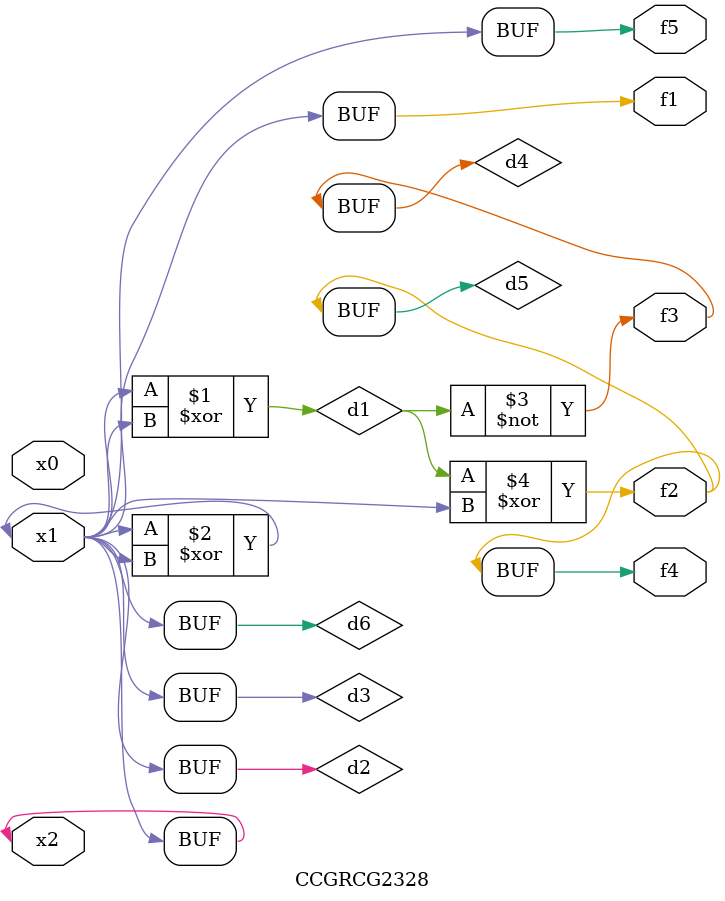
<source format=v>
module CCGRCG2328(
	input x0, x1, x2,
	output f1, f2, f3, f4, f5
);

	wire d1, d2, d3, d4, d5, d6;

	xor (d1, x1, x2);
	buf (d2, x1, x2);
	xor (d3, x1, x2);
	nor (d4, d1);
	xor (d5, d1, d2);
	buf (d6, d2, d3);
	assign f1 = d6;
	assign f2 = d5;
	assign f3 = d4;
	assign f4 = d5;
	assign f5 = d6;
endmodule

</source>
